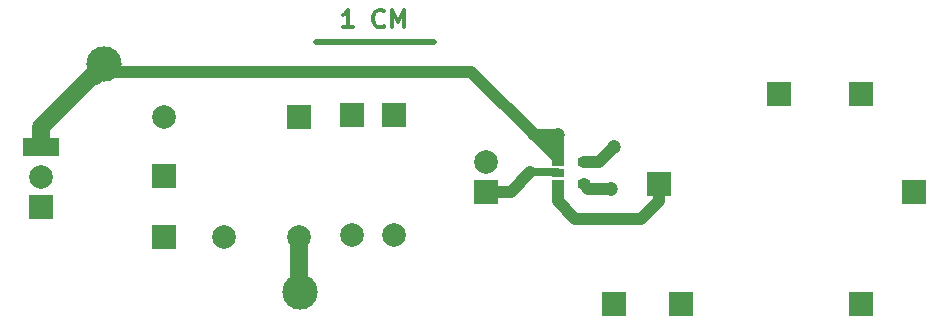
<source format=gbr>
%TF.GenerationSoftware,KiCad,Pcbnew,(5.1.10)-1*%
%TF.CreationDate,2021-05-26T08:23:36+03:00*%
%TF.ProjectId,SGX-CH4-sensor,5347582d-4348-4342-9d73-656e736f722e,rev?*%
%TF.SameCoordinates,Original*%
%TF.FileFunction,Copper,L1,Top*%
%TF.FilePolarity,Positive*%
%FSLAX46Y46*%
G04 Gerber Fmt 4.6, Leading zero omitted, Abs format (unit mm)*
G04 Created by KiCad (PCBNEW (5.1.10)-1) date 2021-05-26 08:23:36*
%MOMM*%
%LPD*%
G01*
G04 APERTURE LIST*
%TA.AperFunction,NonConductor*%
%ADD10C,0.300000*%
%TD*%
%TA.AperFunction,ComponentPad*%
%ADD11C,2.000000*%
%TD*%
%TA.AperFunction,ComponentPad*%
%ADD12R,2.000000X2.000000*%
%TD*%
%TA.AperFunction,SMDPad,CuDef*%
%ADD13R,1.060000X0.650000*%
%TD*%
%TA.AperFunction,SMDPad,CuDef*%
%ADD14C,3.000000*%
%TD*%
%TA.AperFunction,ComponentPad*%
%ADD15C,0.100000*%
%TD*%
%TA.AperFunction,ViaPad*%
%ADD16C,1.200000*%
%TD*%
%TA.AperFunction,Conductor*%
%ADD17C,0.500000*%
%TD*%
%TA.AperFunction,Conductor*%
%ADD18C,1.000000*%
%TD*%
%TA.AperFunction,Conductor*%
%ADD19C,0.700000*%
%TD*%
%TA.AperFunction,Conductor*%
%ADD20C,1.500000*%
%TD*%
G04 APERTURE END LIST*
D10*
X89690000Y-92753571D02*
X88832857Y-92753571D01*
X89261428Y-92753571D02*
X89261428Y-91253571D01*
X89118571Y-91467857D01*
X88975714Y-91610714D01*
X88832857Y-91682142D01*
X92332857Y-92610714D02*
X92261428Y-92682142D01*
X92047142Y-92753571D01*
X91904285Y-92753571D01*
X91690000Y-92682142D01*
X91547142Y-92539285D01*
X91475714Y-92396428D01*
X91404285Y-92110714D01*
X91404285Y-91896428D01*
X91475714Y-91610714D01*
X91547142Y-91467857D01*
X91690000Y-91325000D01*
X91904285Y-91253571D01*
X92047142Y-91253571D01*
X92261428Y-91325000D01*
X92332857Y-91396428D01*
X92975714Y-92753571D02*
X92975714Y-91253571D01*
X93475714Y-92325000D01*
X93975714Y-91253571D01*
X93975714Y-92753571D01*
D11*
%TO.P,C1,1*%
%TO.N,Net-(C1-Pad1)*%
X73660000Y-100330000D03*
D12*
%TO.P,C1,2*%
%TO.N,GND*%
X73660000Y-105330000D03*
%TD*%
D11*
%TO.P,C2,1*%
%TO.N,Net-(C1-Pad1)*%
X100965000Y-104140000D03*
D12*
%TO.P,C2,2*%
%TO.N,Net-(C2-Pad2)*%
X100965000Y-106640000D03*
%TD*%
%TO.P,D1,1*%
%TO.N,Net-(C1-Pad1)*%
X93144999Y-100135001D03*
D11*
%TO.P,D1,2*%
%TO.N,Net-(C2-Pad2)*%
X93144999Y-110295001D03*
%TD*%
%TO.P,D2,2*%
%TO.N,Net-(C2-Pad2)*%
X85090000Y-110490000D03*
D12*
%TO.P,D2,1*%
%TO.N,Net-(C1-Pad1)*%
X85090000Y-100330000D03*
%TD*%
%TO.P,D3,1*%
%TO.N,Net-(C1-Pad1)*%
X89594999Y-100135001D03*
D11*
%TO.P,D3,2*%
%TO.N,Net-(C2-Pad2)*%
X89594999Y-110295001D03*
%TD*%
%TO.P,F1,1*%
%TO.N,Net-(C2-Pad2)*%
X78740000Y-110490000D03*
D12*
%TO.P,F1,2*%
%TO.N,GND*%
X73660000Y-110490000D03*
%TD*%
%TO.P,J2,1*%
%TO.N,Net-(J2-Pad1)*%
X125730000Y-98425000D03*
%TD*%
%TO.P,J3,1*%
%TO.N,Net-(J3-Pad1)*%
X117475000Y-116205000D03*
%TD*%
%TO.P,J4,1*%
%TO.N,Net-(J4-Pad1)*%
X115570000Y-106045000D03*
%TD*%
%TO.P,J5,1*%
%TO.N,Net-(C2-Pad2)*%
X132715000Y-116205000D03*
%TD*%
%TO.P,J6,1*%
%TO.N,Net-(C1-Pad1)*%
X137160000Y-106680000D03*
%TD*%
%TO.P,J8,1*%
%TO.N,Net-(J2-Pad1)*%
X132715000Y-98425000D03*
%TD*%
%TO.P,J9,1*%
%TO.N,Net-(J3-Pad1)*%
X111760000Y-116205000D03*
%TD*%
D13*
%TO.P,U1,1*%
%TO.N,Net-(J1-Pad1)*%
X107020000Y-104140000D03*
%TO.P,U1,2*%
%TO.N,Net-(C2-Pad2)*%
X107020000Y-105090000D03*
%TO.P,U1,3*%
%TO.N,Net-(J4-Pad1)*%
X107020000Y-106040000D03*
%TO.P,U1,4*%
%TO.N,Net-(J1-Pad1)*%
X109220000Y-106040000D03*
%TO.P,U1,5*%
%TO.N,Net-(C1-Pad1)*%
X109220000Y-104140000D03*
%TD*%
D14*
%TO.P,TP3,1*%
%TO.N,Net-(J1-Pad1)*%
X68580000Y-95885000D03*
%TD*%
%TA.AperFunction,ComponentPad*%
D15*
%TO.P,J1,1*%
%TO.N,Net-(J1-Pad1)*%
G36*
X61746000Y-103620000D02*
G01*
X61746000Y-102120000D01*
X64746000Y-102120000D01*
X64746000Y-103620000D01*
X61746000Y-103620000D01*
G37*
%TD.AperFunction*%
D11*
%TO.P,J1,2*%
%TO.N,Net-(C1-Pad1)*%
X63246000Y-105410000D03*
D12*
%TO.P,J1,3*%
%TO.N,GND*%
X63246000Y-107950000D03*
%TD*%
D14*
%TO.P,TP2,1*%
%TO.N,Net-(C2-Pad2)*%
X85217000Y-115189000D03*
%TD*%
D16*
%TO.N,Net-(C1-Pad1)*%
X111760000Y-102870000D03*
%TO.N,Net-(J1-Pad1)*%
X111506000Y-106426000D03*
X107061000Y-101854000D03*
%TD*%
D17*
%TO.N,*%
X86520000Y-93980000D02*
X96520000Y-93980000D01*
D18*
%TO.N,Net-(C1-Pad1)*%
X110490000Y-104140000D02*
X111760000Y-102870000D01*
X109220000Y-104140000D02*
X110490000Y-104140000D01*
D17*
%TO.N,Net-(C2-Pad2)*%
X106959000Y-105029000D02*
X107020000Y-105090000D01*
D19*
X104648000Y-105029000D02*
X106959000Y-105029000D01*
D20*
X85090000Y-115062000D02*
X85217000Y-115189000D01*
X85090000Y-110490000D02*
X85090000Y-115062000D01*
D18*
X103037000Y-106640000D02*
X104648000Y-105029000D01*
X100965000Y-106640000D02*
X103037000Y-106640000D01*
D17*
%TO.N,Net-(J1-Pad1)*%
X105410000Y-102235000D02*
X105410000Y-102530000D01*
D20*
X63246000Y-101219000D02*
X68580000Y-95885000D01*
X63246000Y-102870000D02*
X63246000Y-101219000D01*
D18*
X68580000Y-96520000D02*
X67945000Y-97155000D01*
X99695000Y-96520000D02*
X68580000Y-96520000D01*
X105410000Y-102235000D02*
X99695000Y-96520000D01*
X109606000Y-106426000D02*
X111506000Y-106426000D01*
X109220000Y-106040000D02*
X109606000Y-106426000D01*
X104648000Y-101473000D02*
X105410000Y-102235000D01*
X105029000Y-101854000D02*
X104648000Y-101473000D01*
X107061000Y-101854000D02*
X105029000Y-101854000D01*
X107061000Y-103124000D02*
X106680000Y-103505000D01*
X107061000Y-101854000D02*
X107061000Y-103124000D01*
X106680000Y-103505000D02*
X107020000Y-103845000D01*
X106172000Y-102743000D02*
X105918000Y-102743000D01*
X107061000Y-101854000D02*
X106172000Y-102743000D01*
X105918000Y-102743000D02*
X106680000Y-103505000D01*
X105410000Y-102235000D02*
X105918000Y-102743000D01*
X107061000Y-103912990D02*
X107020000Y-103953990D01*
X107061000Y-101854000D02*
X107061000Y-103912990D01*
%TO.N,Net-(J4-Pad1)*%
X107020000Y-107482500D02*
X107020000Y-106215009D01*
X114046000Y-108966000D02*
X108503500Y-108966000D01*
X108503500Y-108966000D02*
X107020000Y-107482500D01*
X115570000Y-107442000D02*
X114046000Y-108966000D01*
X115570000Y-106045000D02*
X115570000Y-107442000D01*
%TD*%
M02*

</source>
